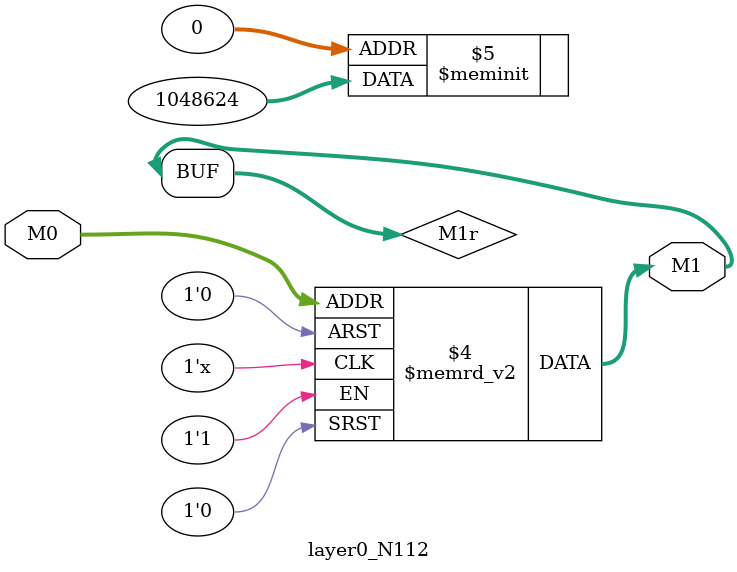
<source format=v>
module layer0_N112 ( input [3:0] M0, output [1:0] M1 );

	(*rom_style = "distributed" *) reg [1:0] M1r;
	assign M1 = M1r;
	always @ (M0) begin
		case (M0)
			4'b0000: M1r = 2'b00;
			4'b1000: M1r = 2'b00;
			4'b0100: M1r = 2'b00;
			4'b1100: M1r = 2'b00;
			4'b0010: M1r = 2'b11;
			4'b1010: M1r = 2'b01;
			4'b0110: M1r = 2'b00;
			4'b1110: M1r = 2'b00;
			4'b0001: M1r = 2'b00;
			4'b1001: M1r = 2'b00;
			4'b0101: M1r = 2'b00;
			4'b1101: M1r = 2'b00;
			4'b0011: M1r = 2'b00;
			4'b1011: M1r = 2'b00;
			4'b0111: M1r = 2'b00;
			4'b1111: M1r = 2'b00;

		endcase
	end
endmodule

</source>
